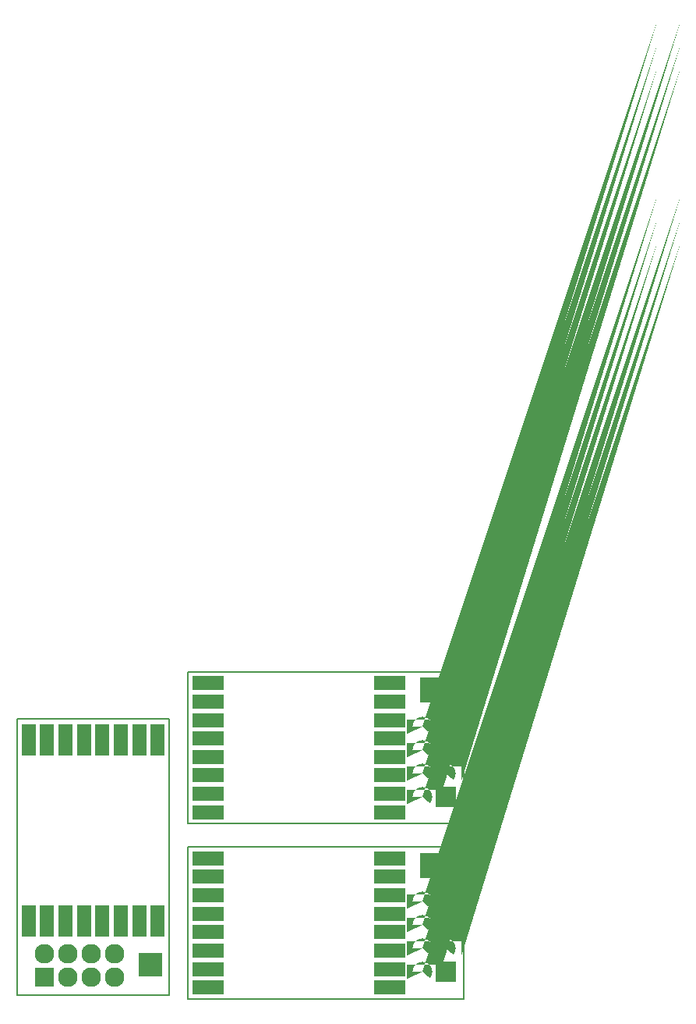
<source format=gbs>
%MOIN*%
%OFA0B0*%
%FSLAX46Y46*%
%IPPOS*%
%LPD*%
%AMREC90*
4,1,3,
0.041874015748031505,-0.041874015748031505,
0.041874015748031505,0.041874015748031505,
-0.041874015748031505,0.041874015748031505,
-0.041874015748031505,-0.041874015748031505,
0*
%
%AMOBR100*
4,1,79,
-0.041874015748031505,0.0000000000000000025639592872548832,
-0.041744932132226575,0.0032853974100840932,
-0.0413584771282279,0.006550539252629513,
-0.040717033359644446,0.0097752948424071288,
-0.039824555540611241,0.012939782488865913,
-0.0386865460936616,0.016024492073366519,
-0.037310021225462529,0.019010405335550474,
-0.035703467669567425,0.021879113127239506,
-0.033876790362881666,0.024612928910955689,
-0.0318412513784328,0.027194997803306434,
-0.029609400490945358,0.029609400490945355,
-0.027194997803306434,0.0318412513784328,
-0.024612928910955692,0.033876790362881659,
-0.021879113127239495,0.035703467669567425,
-0.019010405335550474,0.037310021225462529,
-0.016024492073366519,0.0386865460936616,
-0.01293978248886591,0.039824555540611241,
-0.009775294842407127,0.040717033359644446,
-0.0065505392526295112,0.0413584771282279,
-0.00328539741008409,0.041744932132226575,
0,0.041874015748031505,
0.00328539741008409,0.041744932132226575,
0.0065505392526295095,0.0413584771282279,
0.009775294842407127,0.040717033359644446,
0.01293978248886591,0.039824555540611241,
0.016024492073366519,0.0386865460936616,
0.019010405335550474,0.037310021225462529,
0.0218791131272395,0.035703467669567425,
0.024612928910955689,0.033876790362881666,
0.027194997803306434,0.0318412513784328,
0.029609400490945355,0.029609400490945358,
0.031841251378432793,0.027194997803306437,
0.033876790362881659,0.024612928910955692,
0.035703467669567425,0.0218791131272395,
0.037310021225462529,0.019010405335550474,
0.0386865460936616,0.016024492073366519,
0.039824555540611241,0.012939782488865913,
0.040717033359644446,0.0097752948424071288,
0.0413584771282279,0.006550539252629513,
0.041744932132226575,0.0032853974100840923,
0.041874015748031505,0.0000000000000000025639592872548832,
0.041744932132226575,-0.003285397410084088,
0.0413584771282279,-0.0065505392526295078,
0.040717033359644446,-0.0097752948424071236,
0.039824555540611241,-0.012939782488865908,
0.038686546093661608,-0.016024492073366512,
0.037310021225462529,-0.01901040533555047,
0.035703467669567432,-0.0218791131272395,
0.033876790362881666,-0.024612928910955682,
0.0318412513784328,-0.02719499780330643,
0.029609400490945358,-0.029609400490945351,
0.027194997803306423,-0.0318412513784328,
0.024612928910955695,-0.033876790362881659,
0.021879113127239488,-0.035703467669567432,
0.019010405335550477,-0.037310021225462522,
0.01602449207336654,-0.038686546093661595,
0.012939782488865915,-0.039824555540611234,
0.0097752948424071132,-0.040717033359644453,
0.0065505392526295165,-0.0413584771282279,
0.0032853974100841136,-0.041744932132226575,
0.0000000000000000051279185745097657,-0.041874015748031505,
-0.0032853974100841041,-0.041744932132226575,
-0.0065505392526295052,-0.0413584771282279,
-0.0097752948424071028,-0.040717033359644453,
-0.012939782488865905,-0.039824555540611241,
-0.016024492073366529,-0.0386865460936616,
-0.01901040533555047,-0.037310021225462529,
-0.021879113127239481,-0.035703467669567439,
-0.024612928910955682,-0.033876790362881666,
-0.027194997803306441,-0.031841251378432793,
-0.029609400490945351,-0.029609400490945365,
-0.0318412513784328,-0.02719499780330643,
-0.033876790362881652,-0.024612928910955695,
-0.035703467669567432,-0.021879113127239488,
-0.037310021225462522,-0.019010405335550481,
-0.038686546093661595,-0.016024492073366543,
-0.039824555540611234,-0.012939782488865917,
-0.040717033359644453,-0.0097752948424071166,
-0.0413584771282279,-0.0065505392526295182,
-0.041744932132226575,-0.0032853974100841166,
0*
%
%AMREC110*
4,1,3,
0.066929133858267723,-0.031496062992125991,
0.066929133858267723,0.031496062992125984,
-0.066929133858267723,0.031496062992125991,
-0.066929133858267723,-0.031496062992125984,
0*
%
%AMREC120*
4,1,3,
0.0518740157480315,-0.0518740157480315,
0.0518740157480315,0.0518740157480315,
-0.0518740157480315,0.0518740157480315,
-0.0518740157480315,-0.0518740157480315,
0*
%
%AMREC330*
4,1,3,
0.041874015748031505,-0.041874015748031505,
0.041874015748031505,0.041874015748031505,
-0.041874015748031505,0.041874015748031505,
-0.041874015748031505,-0.041874015748031505,
0*
%
%AMOBR340*
4,1,79,
-0.041874015748031505,0.0000000000000000025639592872548832,
-0.041744932132226575,0.0032853974100840932,
-0.0413584771282279,0.006550539252629513,
-0.040717033359644446,0.0097752948424071288,
-0.039824555540611241,0.012939782488865913,
-0.0386865460936616,0.016024492073366519,
-0.037310021225462529,0.019010405335550474,
-0.035703467669567425,0.021879113127239506,
-0.033876790362881666,0.024612928910955689,
-0.0318412513784328,0.027194997803306434,
-0.029609400490945358,0.029609400490945355,
-0.027194997803306434,0.0318412513784328,
-0.024612928910955692,0.033876790362881659,
-0.021879113127239495,0.035703467669567425,
-0.019010405335550474,0.037310021225462529,
-0.016024492073366519,0.0386865460936616,
-0.01293978248886591,0.039824555540611241,
-0.009775294842407127,0.040717033359644446,
-0.0065505392526295112,0.0413584771282279,
-0.00328539741008409,0.041744932132226575,
0,0.041874015748031505,
0.00328539741008409,0.041744932132226575,
0.0065505392526295095,0.0413584771282279,
0.009775294842407127,0.040717033359644446,
0.01293978248886591,0.039824555540611241,
0.016024492073366519,0.0386865460936616,
0.019010405335550474,0.037310021225462529,
0.0218791131272395,0.035703467669567425,
0.024612928910955689,0.033876790362881666,
0.027194997803306434,0.0318412513784328,
0.029609400490945355,0.029609400490945358,
0.031841251378432793,0.027194997803306437,
0.033876790362881659,0.024612928910955692,
0.035703467669567425,0.0218791131272395,
0.037310021225462529,0.019010405335550474,
0.0386865460936616,0.016024492073366519,
0.039824555540611241,0.012939782488865913,
0.040717033359644446,0.0097752948424071288,
0.0413584771282279,0.006550539252629513,
0.041744932132226575,0.0032853974100840923,
0.041874015748031505,0.0000000000000000025639592872548832,
0.041744932132226575,-0.003285397410084088,
0.0413584771282279,-0.0065505392526295078,
0.040717033359644446,-0.0097752948424071236,
0.039824555540611241,-0.012939782488865908,
0.038686546093661608,-0.016024492073366512,
0.037310021225462529,-0.01901040533555047,
0.035703467669567432,-0.0218791131272395,
0.033876790362881666,-0.024612928910955682,
0.0318412513784328,-0.02719499780330643,
0.029609400490945358,-0.029609400490945351,
0.027194997803306423,-0.0318412513784328,
0.024612928910955695,-0.033876790362881659,
0.021879113127239488,-0.035703467669567432,
0.019010405335550477,-0.037310021225462522,
0.01602449207336654,-0.038686546093661595,
0.012939782488865915,-0.039824555540611234,
0.0097752948424071132,-0.040717033359644453,
0.0065505392526295165,-0.0413584771282279,
0.0032853974100841136,-0.041744932132226575,
0.0000000000000000051279185745097657,-0.041874015748031505,
-0.0032853974100841041,-0.041744932132226575,
-0.0065505392526295052,-0.0413584771282279,
-0.0097752948424071028,-0.040717033359644453,
-0.012939782488865905,-0.039824555540611241,
-0.016024492073366529,-0.0386865460936616,
-0.01901040533555047,-0.037310021225462529,
-0.021879113127239481,-0.035703467669567439,
-0.024612928910955682,-0.033876790362881666,
-0.027194997803306441,-0.031841251378432793,
-0.029609400490945351,-0.029609400490945365,
-0.0318412513784328,-0.02719499780330643,
-0.033876790362881652,-0.024612928910955695,
-0.035703467669567432,-0.021879113127239488,
-0.037310021225462522,-0.019010405335550481,
-0.038686546093661595,-0.016024492073366543,
-0.039824555540611234,-0.012939782488865917,
-0.040717033359644453,-0.0097752948424071166,
-0.0413584771282279,-0.0065505392526295182,
-0.041744932132226575,-0.0032853974100841166,
0*
%
%AMREC350*
4,1,3,
0.066929133858267723,-0.031496062992125991,
0.066929133858267723,0.031496062992125984,
-0.066929133858267723,0.031496062992125991,
-0.066929133858267723,-0.031496062992125984,
0*
%
%AMREC360*
4,1,3,
0.0518740157480315,-0.0518740157480315,
0.0518740157480315,0.0518740157480315,
-0.0518740157480315,0.0518740157480315,
-0.0518740157480315,-0.0518740157480315,
0*
%
%ADD10C,0.0039370078740157488*%
%ADD11C,0.005905511811023622*%
%ADD12R,0.083748031496063011X0.083748031496063011*%
%ADD13O,0.083748031496063011X0.083748031496063011*%
%ADD14R,0.062992125984251982X0.13385826771653545*%
%ADD15R,0.103748031496063X0.103748031496063*%
%ADD26C,0.0039370078740157488*%
%ADD27C,0.005905511811023622*%
%ADD28REC90*%
%ADD29OBR100*%
%ADD30REC110*%
%ADD31REC120*%
%ADD42C,0.0039370078740157488*%
%ADD43C,0.005905511811023622*%
%ADD44REC330*%
%ADD45OBR340*%
%ADD46REC350*%
%ADD47REC360*%
%LPD*%
G04 #@! TF.FileFunction,Soldermask,Bot*
G04 Gerber Fmt 4.6, Leading zero omitted, Abs format (unit mm)*
G04 Created by KiCad (PCBNEW 4.0.1-3.201512221401+6198~38~ubuntu15.10.1-stable) date søn 24 jan 2016 12:57:00 CET*
G01*
G04 APERTURE LIST*
G04 APERTURE END LIST*
D10*
D11*
X0000016204Y0001696850D02*
X0000016204Y0000515748D01*
X0000664204Y0001696850D02*
X0000016204Y0001696850D01*
X0000664204Y0000515748D02*
X0000664204Y0001696850D01*
X0000016204Y0000515748D02*
X0000664204Y0000515748D01*
D12*
X0000132204Y0000592125D03*
D13*
X0000132204Y0000692125D03*
X0000232204Y0000592125D03*
X0000232204Y0000692125D03*
X0000332203Y0000592125D03*
X0000332203Y0000692125D03*
X0000432204Y0000592125D03*
X0000432204Y0000692125D03*
D14*
X0000065244Y0001607716D03*
X0000143984Y0001607716D03*
X0000222724Y0001607716D03*
X0000301464Y0001607716D03*
X0000380204Y0001607716D03*
X0000458944Y0001607716D03*
X0000537685Y0001607716D03*
X0000616425Y0001607716D03*
X0000616425Y0000832125D03*
X0000537685Y0000832125D03*
X0000458944Y0000832125D03*
X0000380204Y0000832125D03*
X0000301464Y0000832125D03*
X0000222724Y0000832125D03*
X0000143984Y0000832125D03*
X0000065244Y0000832125D03*
D15*
X0000586204Y0000648125D03*
G04 #@! TF.FileFunction,Soldermask,Bot*
G04 Gerber Fmt 4.6, Leading zero omitted, Abs format (unit mm)*
G04 Created by KiCad (PCBNEW 4.0.1-3.201512221401+6198~38~ubuntu15.10.1-stable) date søn 24 jan 2016 12:57:00 CET*
G01*
G04 APERTURE LIST*
G04 APERTURE END LIST*
D26*
D27*
X0000744094Y0000500456D02*
X0001925196Y0000500456D01*
X0000744094Y0001148456D02*
X0000744094Y0000500456D01*
X0001925196Y0001148456D02*
X0000744094Y0001148456D01*
X0001925196Y0000500456D02*
X0001925196Y0001148456D01*
D28*
X0001848818Y0000616456D03*
D29*
X0001748818Y0000616456D03*
X0001848818Y0000716456D03*
X0001748818Y0000716456D03*
X0001848818Y0000816455D03*
X0001748818Y0000816455D03*
X0001848818Y0000916456D03*
X0001748818Y0000916456D03*
D30*
X0000833228Y0000549496D03*
X0000833228Y0000628236D03*
X0000833228Y0000706976D03*
X0000833228Y0000785716D03*
X0000833228Y0000864455D03*
X0000833228Y0000943196D03*
X0000833228Y0001021937D03*
X0000833228Y0001100677D03*
X0001608818Y0001100677D03*
X0001608818Y0001021936D03*
X0001608818Y0000943196D03*
X0001608818Y0000864455D03*
X0001608818Y0000785716D03*
X0001608818Y0000706976D03*
X0001608818Y0000628236D03*
X0001608818Y0000549496D03*
D31*
X0001792818Y0001070456D03*
G04 #@! TF.FileFunction,Soldermask,Bot*
G04 Gerber Fmt 4.6, Leading zero omitted, Abs format (unit mm)*
G04 Created by KiCad (PCBNEW 4.0.1-3.201512221401+6198~38~ubuntu15.10.1-stable) date søn 24 jan 2016 12:57:00 CET*
G01*
G04 APERTURE LIST*
G04 APERTURE END LIST*
D42*
D43*
X0000744094Y0001248488D02*
X0001925196Y0001248488D01*
X0000744094Y0001896488D02*
X0000744094Y0001248488D01*
X0001925196Y0001896488D02*
X0000744094Y0001896488D01*
X0001925196Y0001248488D02*
X0001925196Y0001896488D01*
D44*
X0001848818Y0001364488D03*
D45*
X0001748818Y0001364488D03*
X0001848818Y0001464488D03*
X0001748818Y0001464488D03*
X0001848818Y0001564488D03*
X0001748818Y0001564488D03*
X0001848818Y0001664488D03*
X0001748818Y0001664488D03*
D46*
X0000833228Y0001297527D03*
X0000833228Y0001376267D03*
X0000833228Y0001455007D03*
X0000833228Y0001533748D03*
X0000833228Y0001612488D03*
X0000833228Y0001691228D03*
X0000833228Y0001769968D03*
X0000833228Y0001848708D03*
X0001608818Y0001848708D03*
X0001608818Y0001769968D03*
X0001608818Y0001691228D03*
X0001608818Y0001612488D03*
X0001608818Y0001533748D03*
X0001608818Y0001455007D03*
X0001608818Y0001376267D03*
X0001608818Y0001297527D03*
D47*
X0001792818Y0001818488D03*
M02*

</source>
